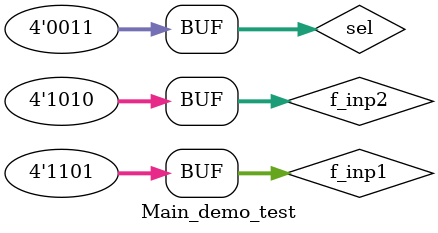
<source format=v>
`timescale 1ns / 1ps


module Main_demo_test;

	// Inputs
	reg [3:0] f_inp1;
	reg [3:0] f_inp2;
	reg [3:0] sel;

	// Outputs
	wire [7:0] f_out1;
	wire [7:0] f_out2_1;
	wire [7:0] f_out2_2;

	// Instantiate the Unit Under Test (UUT)
	Main_Demo uut (
		.f_inp1(f_inp1), 
		.f_inp2(f_inp2), 
		.sel(sel), 
		.f_out1(f_out1), 
		.f_out2_1(f_out2_1), 
		.f_out2_2(f_out2_2)
	);

	initial begin
		// Initialize Inputs
		f_inp1 = 13;
		f_inp2 = 10;
		sel = 'b0011;

		// Wait 100 ns for global reset to finish
		#100;
        
		// Add stimulus here

	end
      
endmodule


</source>
